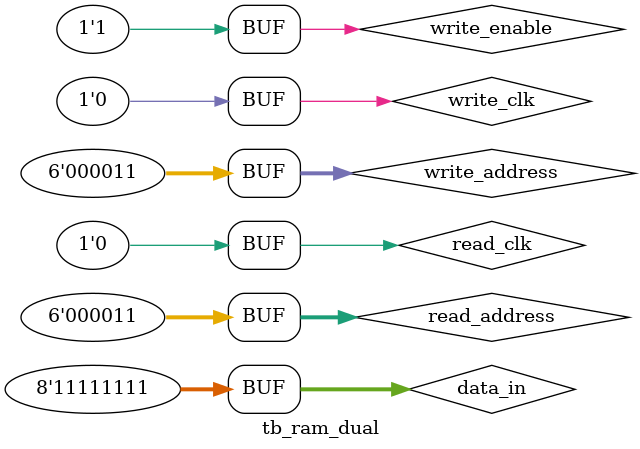
<source format=v>
module tb_ram_dual;

reg [7:0] data_in;
reg [5:0] read_address, write_address;
reg write_enable, read_clk, write_clk;
wire [7:0] q_out;

ram_dual uut (
.data(data_in),
.read_addr(read_address),
.write_addr(write_address),
.we(write_enable),
.read_clock(read_clk),
.write_clock(write_clk),
.q(q_out)
);

initial begin
    // Initialize signals
    data_in = 8'b0;
    read_address = 6'b0;
    write_address = 6'b0;
    write_enable = 0;
    read_clk = 0;
    write_clk = 0;

    #10; // Wait for initial setup

    // Test case 1: Write operation
    data_in = 8'hAA;
    write_address = 6'b000000;
    write_enable = 1;
    write_clk = 1;
    #10;
    write_clk = 0;
    #10;
    
    // Read back written value
    read_address = 6'b000000;
    read_clk = 1;
    #10;
    read_clk = 0;
    #10;

    // Test case 2: Overwrite existing value with new data
    data_in = 8'hBB;
    write_address = 6'b000000;
    write_enable = 1;
    write_clk = 1;
    #10;
    write_clk = 0;
    #10;

    // Read back overwritten value
    read_address = 6'b000000;
    read_clk = 1;
    #10;
    read_clk = 0;
    #10;

    // Test case 3: Write different address
    data_in = 8'hCC;
    write_address = 6'b000001;
    write_enable = 1;
    write_clk = 1;
    #10;
    write_clk = 0;
    #10;

    // Read back written value at different address
    read_address = 6'b000001;
    read_clk = 1;
    #10;
    read_clk = 0;
    #10;

    // Edge case: simultaneous read/write on same address
    data_in = 8'hDD;
    read_address = 6'b000000;
    write_address = 6'b000000;
    write_enable = 1;
    write_clk = 1;
    read_clk = 1;
    #10;
    write_clk = 0;
    read_clk = 0;
    #10;

    // Final check after edge case
    read_address = 6'b000000;
    read_clk = 1;
    #10;
    read_clk = 0;
    #10;

    // Corner case: multiple writes followed by reads
    data_in = 8'hEE;
    write_address = 6'b000010;
    write_enable = 1;
    write_clk = 1;
    #10;
    write_clk = 0;
    #10;
    data_in = 8'hFF;
    write_address = 6'b000011;
    write_clk = 1;
    #10;
    write_clk = 0;
    #10;

    read_address = 6'b000010;
    read_clk = 1;
    #10;
    read_clk = 0;
    #10;
    read_address = 6'b000011;
    read_clk = 1;
    #10;
    read_clk = 0;
    #10;

    // Monitor output
    $monitor($time, " ns: q_out = %b", q_out);
end

endmodule
</source>
